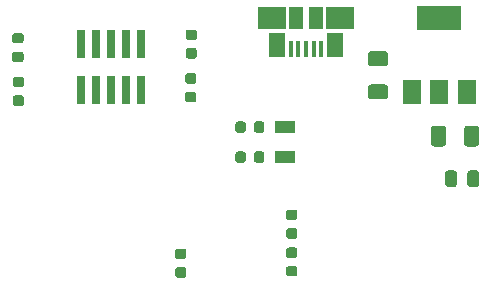
<source format=gbr>
G04 #@! TF.GenerationSoftware,KiCad,Pcbnew,(5.0.0-3-g5ebb6b6)*
G04 #@! TF.CreationDate,2019-01-16T13:26:12+00:00*
G04 #@! TF.ProjectId,Mangler,4D616E676C65722E6B696361645F7063,rev?*
G04 #@! TF.SameCoordinates,Original*
G04 #@! TF.FileFunction,Paste,Top*
G04 #@! TF.FilePolarity,Positive*
%FSLAX46Y46*%
G04 Gerber Fmt 4.6, Leading zero omitted, Abs format (unit mm)*
G04 Created by KiCad (PCBNEW (5.0.0-3-g5ebb6b6)) date Wednesday, 16 January 2019 at 13:26:12*
%MOMM*%
%LPD*%
G01*
G04 APERTURE LIST*
%ADD10R,0.740000X2.400000*%
%ADD11C,0.100000*%
%ADD12C,0.875000*%
%ADD13C,1.250000*%
%ADD14C,0.975000*%
%ADD15R,0.450000X1.380000*%
%ADD16R,1.475000X2.100000*%
%ADD17R,2.375000X1.900000*%
%ADD18R,1.175000X1.900000*%
%ADD19R,1.800000X1.000000*%
%ADD20R,3.800000X2.000000*%
%ADD21R,1.500000X2.000000*%
G04 APERTURE END LIST*
D10*
G04 #@! TO.C,J2*
X43040000Y-30780000D03*
X43040000Y-34680000D03*
X41770000Y-30780000D03*
X41770000Y-34680000D03*
X40500000Y-30780000D03*
X40500000Y-34680000D03*
X39230000Y-30780000D03*
X39230000Y-34680000D03*
X37960000Y-30780000D03*
X37960000Y-34680000D03*
G04 #@! TD*
D11*
G04 #@! TO.C,D2*
G36*
X47577691Y-33276053D02*
X47598926Y-33279203D01*
X47619750Y-33284419D01*
X47639962Y-33291651D01*
X47659368Y-33300830D01*
X47677781Y-33311866D01*
X47695024Y-33324654D01*
X47710930Y-33339070D01*
X47725346Y-33354976D01*
X47738134Y-33372219D01*
X47749170Y-33390632D01*
X47758349Y-33410038D01*
X47765581Y-33430250D01*
X47770797Y-33451074D01*
X47773947Y-33472309D01*
X47775000Y-33493750D01*
X47775000Y-33931250D01*
X47773947Y-33952691D01*
X47770797Y-33973926D01*
X47765581Y-33994750D01*
X47758349Y-34014962D01*
X47749170Y-34034368D01*
X47738134Y-34052781D01*
X47725346Y-34070024D01*
X47710930Y-34085930D01*
X47695024Y-34100346D01*
X47677781Y-34113134D01*
X47659368Y-34124170D01*
X47639962Y-34133349D01*
X47619750Y-34140581D01*
X47598926Y-34145797D01*
X47577691Y-34148947D01*
X47556250Y-34150000D01*
X47043750Y-34150000D01*
X47022309Y-34148947D01*
X47001074Y-34145797D01*
X46980250Y-34140581D01*
X46960038Y-34133349D01*
X46940632Y-34124170D01*
X46922219Y-34113134D01*
X46904976Y-34100346D01*
X46889070Y-34085930D01*
X46874654Y-34070024D01*
X46861866Y-34052781D01*
X46850830Y-34034368D01*
X46841651Y-34014962D01*
X46834419Y-33994750D01*
X46829203Y-33973926D01*
X46826053Y-33952691D01*
X46825000Y-33931250D01*
X46825000Y-33493750D01*
X46826053Y-33472309D01*
X46829203Y-33451074D01*
X46834419Y-33430250D01*
X46841651Y-33410038D01*
X46850830Y-33390632D01*
X46861866Y-33372219D01*
X46874654Y-33354976D01*
X46889070Y-33339070D01*
X46904976Y-33324654D01*
X46922219Y-33311866D01*
X46940632Y-33300830D01*
X46960038Y-33291651D01*
X46980250Y-33284419D01*
X47001074Y-33279203D01*
X47022309Y-33276053D01*
X47043750Y-33275000D01*
X47556250Y-33275000D01*
X47577691Y-33276053D01*
X47577691Y-33276053D01*
G37*
D12*
X47300000Y-33712500D03*
D11*
G36*
X47577691Y-34851053D02*
X47598926Y-34854203D01*
X47619750Y-34859419D01*
X47639962Y-34866651D01*
X47659368Y-34875830D01*
X47677781Y-34886866D01*
X47695024Y-34899654D01*
X47710930Y-34914070D01*
X47725346Y-34929976D01*
X47738134Y-34947219D01*
X47749170Y-34965632D01*
X47758349Y-34985038D01*
X47765581Y-35005250D01*
X47770797Y-35026074D01*
X47773947Y-35047309D01*
X47775000Y-35068750D01*
X47775000Y-35506250D01*
X47773947Y-35527691D01*
X47770797Y-35548926D01*
X47765581Y-35569750D01*
X47758349Y-35589962D01*
X47749170Y-35609368D01*
X47738134Y-35627781D01*
X47725346Y-35645024D01*
X47710930Y-35660930D01*
X47695024Y-35675346D01*
X47677781Y-35688134D01*
X47659368Y-35699170D01*
X47639962Y-35708349D01*
X47619750Y-35715581D01*
X47598926Y-35720797D01*
X47577691Y-35723947D01*
X47556250Y-35725000D01*
X47043750Y-35725000D01*
X47022309Y-35723947D01*
X47001074Y-35720797D01*
X46980250Y-35715581D01*
X46960038Y-35708349D01*
X46940632Y-35699170D01*
X46922219Y-35688134D01*
X46904976Y-35675346D01*
X46889070Y-35660930D01*
X46874654Y-35645024D01*
X46861866Y-35627781D01*
X46850830Y-35609368D01*
X46841651Y-35589962D01*
X46834419Y-35569750D01*
X46829203Y-35548926D01*
X46826053Y-35527691D01*
X46825000Y-35506250D01*
X46825000Y-35068750D01*
X46826053Y-35047309D01*
X46829203Y-35026074D01*
X46834419Y-35005250D01*
X46841651Y-34985038D01*
X46850830Y-34965632D01*
X46861866Y-34947219D01*
X46874654Y-34929976D01*
X46889070Y-34914070D01*
X46904976Y-34899654D01*
X46922219Y-34886866D01*
X46940632Y-34875830D01*
X46960038Y-34866651D01*
X46980250Y-34859419D01*
X47001074Y-34854203D01*
X47022309Y-34851053D01*
X47043750Y-34850000D01*
X47556250Y-34850000D01*
X47577691Y-34851053D01*
X47577691Y-34851053D01*
G37*
D12*
X47300000Y-35287500D03*
G04 #@! TD*
D11*
G04 #@! TO.C,D1*
G36*
X32977691Y-33576053D02*
X32998926Y-33579203D01*
X33019750Y-33584419D01*
X33039962Y-33591651D01*
X33059368Y-33600830D01*
X33077781Y-33611866D01*
X33095024Y-33624654D01*
X33110930Y-33639070D01*
X33125346Y-33654976D01*
X33138134Y-33672219D01*
X33149170Y-33690632D01*
X33158349Y-33710038D01*
X33165581Y-33730250D01*
X33170797Y-33751074D01*
X33173947Y-33772309D01*
X33175000Y-33793750D01*
X33175000Y-34231250D01*
X33173947Y-34252691D01*
X33170797Y-34273926D01*
X33165581Y-34294750D01*
X33158349Y-34314962D01*
X33149170Y-34334368D01*
X33138134Y-34352781D01*
X33125346Y-34370024D01*
X33110930Y-34385930D01*
X33095024Y-34400346D01*
X33077781Y-34413134D01*
X33059368Y-34424170D01*
X33039962Y-34433349D01*
X33019750Y-34440581D01*
X32998926Y-34445797D01*
X32977691Y-34448947D01*
X32956250Y-34450000D01*
X32443750Y-34450000D01*
X32422309Y-34448947D01*
X32401074Y-34445797D01*
X32380250Y-34440581D01*
X32360038Y-34433349D01*
X32340632Y-34424170D01*
X32322219Y-34413134D01*
X32304976Y-34400346D01*
X32289070Y-34385930D01*
X32274654Y-34370024D01*
X32261866Y-34352781D01*
X32250830Y-34334368D01*
X32241651Y-34314962D01*
X32234419Y-34294750D01*
X32229203Y-34273926D01*
X32226053Y-34252691D01*
X32225000Y-34231250D01*
X32225000Y-33793750D01*
X32226053Y-33772309D01*
X32229203Y-33751074D01*
X32234419Y-33730250D01*
X32241651Y-33710038D01*
X32250830Y-33690632D01*
X32261866Y-33672219D01*
X32274654Y-33654976D01*
X32289070Y-33639070D01*
X32304976Y-33624654D01*
X32322219Y-33611866D01*
X32340632Y-33600830D01*
X32360038Y-33591651D01*
X32380250Y-33584419D01*
X32401074Y-33579203D01*
X32422309Y-33576053D01*
X32443750Y-33575000D01*
X32956250Y-33575000D01*
X32977691Y-33576053D01*
X32977691Y-33576053D01*
G37*
D12*
X32700000Y-34012500D03*
D11*
G36*
X32977691Y-35151053D02*
X32998926Y-35154203D01*
X33019750Y-35159419D01*
X33039962Y-35166651D01*
X33059368Y-35175830D01*
X33077781Y-35186866D01*
X33095024Y-35199654D01*
X33110930Y-35214070D01*
X33125346Y-35229976D01*
X33138134Y-35247219D01*
X33149170Y-35265632D01*
X33158349Y-35285038D01*
X33165581Y-35305250D01*
X33170797Y-35326074D01*
X33173947Y-35347309D01*
X33175000Y-35368750D01*
X33175000Y-35806250D01*
X33173947Y-35827691D01*
X33170797Y-35848926D01*
X33165581Y-35869750D01*
X33158349Y-35889962D01*
X33149170Y-35909368D01*
X33138134Y-35927781D01*
X33125346Y-35945024D01*
X33110930Y-35960930D01*
X33095024Y-35975346D01*
X33077781Y-35988134D01*
X33059368Y-35999170D01*
X33039962Y-36008349D01*
X33019750Y-36015581D01*
X32998926Y-36020797D01*
X32977691Y-36023947D01*
X32956250Y-36025000D01*
X32443750Y-36025000D01*
X32422309Y-36023947D01*
X32401074Y-36020797D01*
X32380250Y-36015581D01*
X32360038Y-36008349D01*
X32340632Y-35999170D01*
X32322219Y-35988134D01*
X32304976Y-35975346D01*
X32289070Y-35960930D01*
X32274654Y-35945024D01*
X32261866Y-35927781D01*
X32250830Y-35909368D01*
X32241651Y-35889962D01*
X32234419Y-35869750D01*
X32229203Y-35848926D01*
X32226053Y-35827691D01*
X32225000Y-35806250D01*
X32225000Y-35368750D01*
X32226053Y-35347309D01*
X32229203Y-35326074D01*
X32234419Y-35305250D01*
X32241651Y-35285038D01*
X32250830Y-35265632D01*
X32261866Y-35247219D01*
X32274654Y-35229976D01*
X32289070Y-35214070D01*
X32304976Y-35199654D01*
X32322219Y-35186866D01*
X32340632Y-35175830D01*
X32360038Y-35166651D01*
X32380250Y-35159419D01*
X32401074Y-35154203D01*
X32422309Y-35151053D01*
X32443750Y-35150000D01*
X32956250Y-35150000D01*
X32977691Y-35151053D01*
X32977691Y-35151053D01*
G37*
D12*
X32700000Y-35587500D03*
G04 #@! TD*
D11*
G04 #@! TO.C,C1*
G36*
X63799504Y-31426204D02*
X63823773Y-31429804D01*
X63847571Y-31435765D01*
X63870671Y-31444030D01*
X63892849Y-31454520D01*
X63913893Y-31467133D01*
X63933598Y-31481747D01*
X63951777Y-31498223D01*
X63968253Y-31516402D01*
X63982867Y-31536107D01*
X63995480Y-31557151D01*
X64005970Y-31579329D01*
X64014235Y-31602429D01*
X64020196Y-31626227D01*
X64023796Y-31650496D01*
X64025000Y-31675000D01*
X64025000Y-32425000D01*
X64023796Y-32449504D01*
X64020196Y-32473773D01*
X64014235Y-32497571D01*
X64005970Y-32520671D01*
X63995480Y-32542849D01*
X63982867Y-32563893D01*
X63968253Y-32583598D01*
X63951777Y-32601777D01*
X63933598Y-32618253D01*
X63913893Y-32632867D01*
X63892849Y-32645480D01*
X63870671Y-32655970D01*
X63847571Y-32664235D01*
X63823773Y-32670196D01*
X63799504Y-32673796D01*
X63775000Y-32675000D01*
X62525000Y-32675000D01*
X62500496Y-32673796D01*
X62476227Y-32670196D01*
X62452429Y-32664235D01*
X62429329Y-32655970D01*
X62407151Y-32645480D01*
X62386107Y-32632867D01*
X62366402Y-32618253D01*
X62348223Y-32601777D01*
X62331747Y-32583598D01*
X62317133Y-32563893D01*
X62304520Y-32542849D01*
X62294030Y-32520671D01*
X62285765Y-32497571D01*
X62279804Y-32473773D01*
X62276204Y-32449504D01*
X62275000Y-32425000D01*
X62275000Y-31675000D01*
X62276204Y-31650496D01*
X62279804Y-31626227D01*
X62285765Y-31602429D01*
X62294030Y-31579329D01*
X62304520Y-31557151D01*
X62317133Y-31536107D01*
X62331747Y-31516402D01*
X62348223Y-31498223D01*
X62366402Y-31481747D01*
X62386107Y-31467133D01*
X62407151Y-31454520D01*
X62429329Y-31444030D01*
X62452429Y-31435765D01*
X62476227Y-31429804D01*
X62500496Y-31426204D01*
X62525000Y-31425000D01*
X63775000Y-31425000D01*
X63799504Y-31426204D01*
X63799504Y-31426204D01*
G37*
D13*
X63150000Y-32050000D03*
D11*
G36*
X63799504Y-34226204D02*
X63823773Y-34229804D01*
X63847571Y-34235765D01*
X63870671Y-34244030D01*
X63892849Y-34254520D01*
X63913893Y-34267133D01*
X63933598Y-34281747D01*
X63951777Y-34298223D01*
X63968253Y-34316402D01*
X63982867Y-34336107D01*
X63995480Y-34357151D01*
X64005970Y-34379329D01*
X64014235Y-34402429D01*
X64020196Y-34426227D01*
X64023796Y-34450496D01*
X64025000Y-34475000D01*
X64025000Y-35225000D01*
X64023796Y-35249504D01*
X64020196Y-35273773D01*
X64014235Y-35297571D01*
X64005970Y-35320671D01*
X63995480Y-35342849D01*
X63982867Y-35363893D01*
X63968253Y-35383598D01*
X63951777Y-35401777D01*
X63933598Y-35418253D01*
X63913893Y-35432867D01*
X63892849Y-35445480D01*
X63870671Y-35455970D01*
X63847571Y-35464235D01*
X63823773Y-35470196D01*
X63799504Y-35473796D01*
X63775000Y-35475000D01*
X62525000Y-35475000D01*
X62500496Y-35473796D01*
X62476227Y-35470196D01*
X62452429Y-35464235D01*
X62429329Y-35455970D01*
X62407151Y-35445480D01*
X62386107Y-35432867D01*
X62366402Y-35418253D01*
X62348223Y-35401777D01*
X62331747Y-35383598D01*
X62317133Y-35363893D01*
X62304520Y-35342849D01*
X62294030Y-35320671D01*
X62285765Y-35297571D01*
X62279804Y-35273773D01*
X62276204Y-35249504D01*
X62275000Y-35225000D01*
X62275000Y-34475000D01*
X62276204Y-34450496D01*
X62279804Y-34426227D01*
X62285765Y-34402429D01*
X62294030Y-34379329D01*
X62304520Y-34357151D01*
X62317133Y-34336107D01*
X62331747Y-34316402D01*
X62348223Y-34298223D01*
X62366402Y-34281747D01*
X62386107Y-34267133D01*
X62407151Y-34254520D01*
X62429329Y-34244030D01*
X62452429Y-34235765D01*
X62476227Y-34229804D01*
X62500496Y-34226204D01*
X62525000Y-34225000D01*
X63775000Y-34225000D01*
X63799504Y-34226204D01*
X63799504Y-34226204D01*
G37*
D13*
X63150000Y-34850000D03*
G04 #@! TD*
D11*
G04 #@! TO.C,C2*
G36*
X71469504Y-37726204D02*
X71493773Y-37729804D01*
X71517571Y-37735765D01*
X71540671Y-37744030D01*
X71562849Y-37754520D01*
X71583893Y-37767133D01*
X71603598Y-37781747D01*
X71621777Y-37798223D01*
X71638253Y-37816402D01*
X71652867Y-37836107D01*
X71665480Y-37857151D01*
X71675970Y-37879329D01*
X71684235Y-37902429D01*
X71690196Y-37926227D01*
X71693796Y-37950496D01*
X71695000Y-37975000D01*
X71695000Y-39225000D01*
X71693796Y-39249504D01*
X71690196Y-39273773D01*
X71684235Y-39297571D01*
X71675970Y-39320671D01*
X71665480Y-39342849D01*
X71652867Y-39363893D01*
X71638253Y-39383598D01*
X71621777Y-39401777D01*
X71603598Y-39418253D01*
X71583893Y-39432867D01*
X71562849Y-39445480D01*
X71540671Y-39455970D01*
X71517571Y-39464235D01*
X71493773Y-39470196D01*
X71469504Y-39473796D01*
X71445000Y-39475000D01*
X70695000Y-39475000D01*
X70670496Y-39473796D01*
X70646227Y-39470196D01*
X70622429Y-39464235D01*
X70599329Y-39455970D01*
X70577151Y-39445480D01*
X70556107Y-39432867D01*
X70536402Y-39418253D01*
X70518223Y-39401777D01*
X70501747Y-39383598D01*
X70487133Y-39363893D01*
X70474520Y-39342849D01*
X70464030Y-39320671D01*
X70455765Y-39297571D01*
X70449804Y-39273773D01*
X70446204Y-39249504D01*
X70445000Y-39225000D01*
X70445000Y-37975000D01*
X70446204Y-37950496D01*
X70449804Y-37926227D01*
X70455765Y-37902429D01*
X70464030Y-37879329D01*
X70474520Y-37857151D01*
X70487133Y-37836107D01*
X70501747Y-37816402D01*
X70518223Y-37798223D01*
X70536402Y-37781747D01*
X70556107Y-37767133D01*
X70577151Y-37754520D01*
X70599329Y-37744030D01*
X70622429Y-37735765D01*
X70646227Y-37729804D01*
X70670496Y-37726204D01*
X70695000Y-37725000D01*
X71445000Y-37725000D01*
X71469504Y-37726204D01*
X71469504Y-37726204D01*
G37*
D13*
X71070000Y-38600000D03*
D11*
G36*
X68669504Y-37726204D02*
X68693773Y-37729804D01*
X68717571Y-37735765D01*
X68740671Y-37744030D01*
X68762849Y-37754520D01*
X68783893Y-37767133D01*
X68803598Y-37781747D01*
X68821777Y-37798223D01*
X68838253Y-37816402D01*
X68852867Y-37836107D01*
X68865480Y-37857151D01*
X68875970Y-37879329D01*
X68884235Y-37902429D01*
X68890196Y-37926227D01*
X68893796Y-37950496D01*
X68895000Y-37975000D01*
X68895000Y-39225000D01*
X68893796Y-39249504D01*
X68890196Y-39273773D01*
X68884235Y-39297571D01*
X68875970Y-39320671D01*
X68865480Y-39342849D01*
X68852867Y-39363893D01*
X68838253Y-39383598D01*
X68821777Y-39401777D01*
X68803598Y-39418253D01*
X68783893Y-39432867D01*
X68762849Y-39445480D01*
X68740671Y-39455970D01*
X68717571Y-39464235D01*
X68693773Y-39470196D01*
X68669504Y-39473796D01*
X68645000Y-39475000D01*
X67895000Y-39475000D01*
X67870496Y-39473796D01*
X67846227Y-39470196D01*
X67822429Y-39464235D01*
X67799329Y-39455970D01*
X67777151Y-39445480D01*
X67756107Y-39432867D01*
X67736402Y-39418253D01*
X67718223Y-39401777D01*
X67701747Y-39383598D01*
X67687133Y-39363893D01*
X67674520Y-39342849D01*
X67664030Y-39320671D01*
X67655765Y-39297571D01*
X67649804Y-39273773D01*
X67646204Y-39249504D01*
X67645000Y-39225000D01*
X67645000Y-37975000D01*
X67646204Y-37950496D01*
X67649804Y-37926227D01*
X67655765Y-37902429D01*
X67664030Y-37879329D01*
X67674520Y-37857151D01*
X67687133Y-37836107D01*
X67701747Y-37816402D01*
X67718223Y-37798223D01*
X67736402Y-37781747D01*
X67756107Y-37767133D01*
X67777151Y-37754520D01*
X67799329Y-37744030D01*
X67822429Y-37735765D01*
X67846227Y-37729804D01*
X67870496Y-37726204D01*
X67895000Y-37725000D01*
X68645000Y-37725000D01*
X68669504Y-37726204D01*
X68669504Y-37726204D01*
G37*
D13*
X68270000Y-38600000D03*
G04 #@! TD*
D11*
G04 #@! TO.C,C3*
G36*
X71475142Y-41501174D02*
X71498803Y-41504684D01*
X71522007Y-41510496D01*
X71544529Y-41518554D01*
X71566153Y-41528782D01*
X71586670Y-41541079D01*
X71605883Y-41555329D01*
X71623607Y-41571393D01*
X71639671Y-41589117D01*
X71653921Y-41608330D01*
X71666218Y-41628847D01*
X71676446Y-41650471D01*
X71684504Y-41672993D01*
X71690316Y-41696197D01*
X71693826Y-41719858D01*
X71695000Y-41743750D01*
X71695000Y-42656250D01*
X71693826Y-42680142D01*
X71690316Y-42703803D01*
X71684504Y-42727007D01*
X71676446Y-42749529D01*
X71666218Y-42771153D01*
X71653921Y-42791670D01*
X71639671Y-42810883D01*
X71623607Y-42828607D01*
X71605883Y-42844671D01*
X71586670Y-42858921D01*
X71566153Y-42871218D01*
X71544529Y-42881446D01*
X71522007Y-42889504D01*
X71498803Y-42895316D01*
X71475142Y-42898826D01*
X71451250Y-42900000D01*
X70963750Y-42900000D01*
X70939858Y-42898826D01*
X70916197Y-42895316D01*
X70892993Y-42889504D01*
X70870471Y-42881446D01*
X70848847Y-42871218D01*
X70828330Y-42858921D01*
X70809117Y-42844671D01*
X70791393Y-42828607D01*
X70775329Y-42810883D01*
X70761079Y-42791670D01*
X70748782Y-42771153D01*
X70738554Y-42749529D01*
X70730496Y-42727007D01*
X70724684Y-42703803D01*
X70721174Y-42680142D01*
X70720000Y-42656250D01*
X70720000Y-41743750D01*
X70721174Y-41719858D01*
X70724684Y-41696197D01*
X70730496Y-41672993D01*
X70738554Y-41650471D01*
X70748782Y-41628847D01*
X70761079Y-41608330D01*
X70775329Y-41589117D01*
X70791393Y-41571393D01*
X70809117Y-41555329D01*
X70828330Y-41541079D01*
X70848847Y-41528782D01*
X70870471Y-41518554D01*
X70892993Y-41510496D01*
X70916197Y-41504684D01*
X70939858Y-41501174D01*
X70963750Y-41500000D01*
X71451250Y-41500000D01*
X71475142Y-41501174D01*
X71475142Y-41501174D01*
G37*
D14*
X71207500Y-42200000D03*
D11*
G36*
X69600142Y-41501174D02*
X69623803Y-41504684D01*
X69647007Y-41510496D01*
X69669529Y-41518554D01*
X69691153Y-41528782D01*
X69711670Y-41541079D01*
X69730883Y-41555329D01*
X69748607Y-41571393D01*
X69764671Y-41589117D01*
X69778921Y-41608330D01*
X69791218Y-41628847D01*
X69801446Y-41650471D01*
X69809504Y-41672993D01*
X69815316Y-41696197D01*
X69818826Y-41719858D01*
X69820000Y-41743750D01*
X69820000Y-42656250D01*
X69818826Y-42680142D01*
X69815316Y-42703803D01*
X69809504Y-42727007D01*
X69801446Y-42749529D01*
X69791218Y-42771153D01*
X69778921Y-42791670D01*
X69764671Y-42810883D01*
X69748607Y-42828607D01*
X69730883Y-42844671D01*
X69711670Y-42858921D01*
X69691153Y-42871218D01*
X69669529Y-42881446D01*
X69647007Y-42889504D01*
X69623803Y-42895316D01*
X69600142Y-42898826D01*
X69576250Y-42900000D01*
X69088750Y-42900000D01*
X69064858Y-42898826D01*
X69041197Y-42895316D01*
X69017993Y-42889504D01*
X68995471Y-42881446D01*
X68973847Y-42871218D01*
X68953330Y-42858921D01*
X68934117Y-42844671D01*
X68916393Y-42828607D01*
X68900329Y-42810883D01*
X68886079Y-42791670D01*
X68873782Y-42771153D01*
X68863554Y-42749529D01*
X68855496Y-42727007D01*
X68849684Y-42703803D01*
X68846174Y-42680142D01*
X68845000Y-42656250D01*
X68845000Y-41743750D01*
X68846174Y-41719858D01*
X68849684Y-41696197D01*
X68855496Y-41672993D01*
X68863554Y-41650471D01*
X68873782Y-41628847D01*
X68886079Y-41608330D01*
X68900329Y-41589117D01*
X68916393Y-41571393D01*
X68934117Y-41555329D01*
X68953330Y-41541079D01*
X68973847Y-41528782D01*
X68995471Y-41518554D01*
X69017993Y-41510496D01*
X69041197Y-41504684D01*
X69064858Y-41501174D01*
X69088750Y-41500000D01*
X69576250Y-41500000D01*
X69600142Y-41501174D01*
X69600142Y-41501174D01*
G37*
D14*
X69332500Y-42200000D03*
G04 #@! TD*
D11*
G04 #@! TO.C,C4*
G36*
X46727691Y-48126053D02*
X46748926Y-48129203D01*
X46769750Y-48134419D01*
X46789962Y-48141651D01*
X46809368Y-48150830D01*
X46827781Y-48161866D01*
X46845024Y-48174654D01*
X46860930Y-48189070D01*
X46875346Y-48204976D01*
X46888134Y-48222219D01*
X46899170Y-48240632D01*
X46908349Y-48260038D01*
X46915581Y-48280250D01*
X46920797Y-48301074D01*
X46923947Y-48322309D01*
X46925000Y-48343750D01*
X46925000Y-48781250D01*
X46923947Y-48802691D01*
X46920797Y-48823926D01*
X46915581Y-48844750D01*
X46908349Y-48864962D01*
X46899170Y-48884368D01*
X46888134Y-48902781D01*
X46875346Y-48920024D01*
X46860930Y-48935930D01*
X46845024Y-48950346D01*
X46827781Y-48963134D01*
X46809368Y-48974170D01*
X46789962Y-48983349D01*
X46769750Y-48990581D01*
X46748926Y-48995797D01*
X46727691Y-48998947D01*
X46706250Y-49000000D01*
X46193750Y-49000000D01*
X46172309Y-48998947D01*
X46151074Y-48995797D01*
X46130250Y-48990581D01*
X46110038Y-48983349D01*
X46090632Y-48974170D01*
X46072219Y-48963134D01*
X46054976Y-48950346D01*
X46039070Y-48935930D01*
X46024654Y-48920024D01*
X46011866Y-48902781D01*
X46000830Y-48884368D01*
X45991651Y-48864962D01*
X45984419Y-48844750D01*
X45979203Y-48823926D01*
X45976053Y-48802691D01*
X45975000Y-48781250D01*
X45975000Y-48343750D01*
X45976053Y-48322309D01*
X45979203Y-48301074D01*
X45984419Y-48280250D01*
X45991651Y-48260038D01*
X46000830Y-48240632D01*
X46011866Y-48222219D01*
X46024654Y-48204976D01*
X46039070Y-48189070D01*
X46054976Y-48174654D01*
X46072219Y-48161866D01*
X46090632Y-48150830D01*
X46110038Y-48141651D01*
X46130250Y-48134419D01*
X46151074Y-48129203D01*
X46172309Y-48126053D01*
X46193750Y-48125000D01*
X46706250Y-48125000D01*
X46727691Y-48126053D01*
X46727691Y-48126053D01*
G37*
D12*
X46450000Y-48562500D03*
D11*
G36*
X46727691Y-49701053D02*
X46748926Y-49704203D01*
X46769750Y-49709419D01*
X46789962Y-49716651D01*
X46809368Y-49725830D01*
X46827781Y-49736866D01*
X46845024Y-49749654D01*
X46860930Y-49764070D01*
X46875346Y-49779976D01*
X46888134Y-49797219D01*
X46899170Y-49815632D01*
X46908349Y-49835038D01*
X46915581Y-49855250D01*
X46920797Y-49876074D01*
X46923947Y-49897309D01*
X46925000Y-49918750D01*
X46925000Y-50356250D01*
X46923947Y-50377691D01*
X46920797Y-50398926D01*
X46915581Y-50419750D01*
X46908349Y-50439962D01*
X46899170Y-50459368D01*
X46888134Y-50477781D01*
X46875346Y-50495024D01*
X46860930Y-50510930D01*
X46845024Y-50525346D01*
X46827781Y-50538134D01*
X46809368Y-50549170D01*
X46789962Y-50558349D01*
X46769750Y-50565581D01*
X46748926Y-50570797D01*
X46727691Y-50573947D01*
X46706250Y-50575000D01*
X46193750Y-50575000D01*
X46172309Y-50573947D01*
X46151074Y-50570797D01*
X46130250Y-50565581D01*
X46110038Y-50558349D01*
X46090632Y-50549170D01*
X46072219Y-50538134D01*
X46054976Y-50525346D01*
X46039070Y-50510930D01*
X46024654Y-50495024D01*
X46011866Y-50477781D01*
X46000830Y-50459368D01*
X45991651Y-50439962D01*
X45984419Y-50419750D01*
X45979203Y-50398926D01*
X45976053Y-50377691D01*
X45975000Y-50356250D01*
X45975000Y-49918750D01*
X45976053Y-49897309D01*
X45979203Y-49876074D01*
X45984419Y-49855250D01*
X45991651Y-49835038D01*
X46000830Y-49815632D01*
X46011866Y-49797219D01*
X46024654Y-49779976D01*
X46039070Y-49764070D01*
X46054976Y-49749654D01*
X46072219Y-49736866D01*
X46090632Y-49725830D01*
X46110038Y-49716651D01*
X46130250Y-49709419D01*
X46151074Y-49704203D01*
X46172309Y-49701053D01*
X46193750Y-49700000D01*
X46706250Y-49700000D01*
X46727691Y-49701053D01*
X46727691Y-49701053D01*
G37*
D12*
X46450000Y-50137500D03*
G04 #@! TD*
D11*
G04 #@! TO.C,C5*
G36*
X56127691Y-49601053D02*
X56148926Y-49604203D01*
X56169750Y-49609419D01*
X56189962Y-49616651D01*
X56209368Y-49625830D01*
X56227781Y-49636866D01*
X56245024Y-49649654D01*
X56260930Y-49664070D01*
X56275346Y-49679976D01*
X56288134Y-49697219D01*
X56299170Y-49715632D01*
X56308349Y-49735038D01*
X56315581Y-49755250D01*
X56320797Y-49776074D01*
X56323947Y-49797309D01*
X56325000Y-49818750D01*
X56325000Y-50256250D01*
X56323947Y-50277691D01*
X56320797Y-50298926D01*
X56315581Y-50319750D01*
X56308349Y-50339962D01*
X56299170Y-50359368D01*
X56288134Y-50377781D01*
X56275346Y-50395024D01*
X56260930Y-50410930D01*
X56245024Y-50425346D01*
X56227781Y-50438134D01*
X56209368Y-50449170D01*
X56189962Y-50458349D01*
X56169750Y-50465581D01*
X56148926Y-50470797D01*
X56127691Y-50473947D01*
X56106250Y-50475000D01*
X55593750Y-50475000D01*
X55572309Y-50473947D01*
X55551074Y-50470797D01*
X55530250Y-50465581D01*
X55510038Y-50458349D01*
X55490632Y-50449170D01*
X55472219Y-50438134D01*
X55454976Y-50425346D01*
X55439070Y-50410930D01*
X55424654Y-50395024D01*
X55411866Y-50377781D01*
X55400830Y-50359368D01*
X55391651Y-50339962D01*
X55384419Y-50319750D01*
X55379203Y-50298926D01*
X55376053Y-50277691D01*
X55375000Y-50256250D01*
X55375000Y-49818750D01*
X55376053Y-49797309D01*
X55379203Y-49776074D01*
X55384419Y-49755250D01*
X55391651Y-49735038D01*
X55400830Y-49715632D01*
X55411866Y-49697219D01*
X55424654Y-49679976D01*
X55439070Y-49664070D01*
X55454976Y-49649654D01*
X55472219Y-49636866D01*
X55490632Y-49625830D01*
X55510038Y-49616651D01*
X55530250Y-49609419D01*
X55551074Y-49604203D01*
X55572309Y-49601053D01*
X55593750Y-49600000D01*
X56106250Y-49600000D01*
X56127691Y-49601053D01*
X56127691Y-49601053D01*
G37*
D12*
X55850000Y-50037500D03*
D11*
G36*
X56127691Y-48026053D02*
X56148926Y-48029203D01*
X56169750Y-48034419D01*
X56189962Y-48041651D01*
X56209368Y-48050830D01*
X56227781Y-48061866D01*
X56245024Y-48074654D01*
X56260930Y-48089070D01*
X56275346Y-48104976D01*
X56288134Y-48122219D01*
X56299170Y-48140632D01*
X56308349Y-48160038D01*
X56315581Y-48180250D01*
X56320797Y-48201074D01*
X56323947Y-48222309D01*
X56325000Y-48243750D01*
X56325000Y-48681250D01*
X56323947Y-48702691D01*
X56320797Y-48723926D01*
X56315581Y-48744750D01*
X56308349Y-48764962D01*
X56299170Y-48784368D01*
X56288134Y-48802781D01*
X56275346Y-48820024D01*
X56260930Y-48835930D01*
X56245024Y-48850346D01*
X56227781Y-48863134D01*
X56209368Y-48874170D01*
X56189962Y-48883349D01*
X56169750Y-48890581D01*
X56148926Y-48895797D01*
X56127691Y-48898947D01*
X56106250Y-48900000D01*
X55593750Y-48900000D01*
X55572309Y-48898947D01*
X55551074Y-48895797D01*
X55530250Y-48890581D01*
X55510038Y-48883349D01*
X55490632Y-48874170D01*
X55472219Y-48863134D01*
X55454976Y-48850346D01*
X55439070Y-48835930D01*
X55424654Y-48820024D01*
X55411866Y-48802781D01*
X55400830Y-48784368D01*
X55391651Y-48764962D01*
X55384419Y-48744750D01*
X55379203Y-48723926D01*
X55376053Y-48702691D01*
X55375000Y-48681250D01*
X55375000Y-48243750D01*
X55376053Y-48222309D01*
X55379203Y-48201074D01*
X55384419Y-48180250D01*
X55391651Y-48160038D01*
X55400830Y-48140632D01*
X55411866Y-48122219D01*
X55424654Y-48104976D01*
X55439070Y-48089070D01*
X55454976Y-48074654D01*
X55472219Y-48061866D01*
X55490632Y-48050830D01*
X55510038Y-48041651D01*
X55530250Y-48034419D01*
X55551074Y-48029203D01*
X55572309Y-48026053D01*
X55593750Y-48025000D01*
X56106250Y-48025000D01*
X56127691Y-48026053D01*
X56127691Y-48026053D01*
G37*
D12*
X55850000Y-48462500D03*
G04 #@! TD*
D11*
G04 #@! TO.C,C6*
G36*
X51752691Y-37356053D02*
X51773926Y-37359203D01*
X51794750Y-37364419D01*
X51814962Y-37371651D01*
X51834368Y-37380830D01*
X51852781Y-37391866D01*
X51870024Y-37404654D01*
X51885930Y-37419070D01*
X51900346Y-37434976D01*
X51913134Y-37452219D01*
X51924170Y-37470632D01*
X51933349Y-37490038D01*
X51940581Y-37510250D01*
X51945797Y-37531074D01*
X51948947Y-37552309D01*
X51950000Y-37573750D01*
X51950000Y-38086250D01*
X51948947Y-38107691D01*
X51945797Y-38128926D01*
X51940581Y-38149750D01*
X51933349Y-38169962D01*
X51924170Y-38189368D01*
X51913134Y-38207781D01*
X51900346Y-38225024D01*
X51885930Y-38240930D01*
X51870024Y-38255346D01*
X51852781Y-38268134D01*
X51834368Y-38279170D01*
X51814962Y-38288349D01*
X51794750Y-38295581D01*
X51773926Y-38300797D01*
X51752691Y-38303947D01*
X51731250Y-38305000D01*
X51293750Y-38305000D01*
X51272309Y-38303947D01*
X51251074Y-38300797D01*
X51230250Y-38295581D01*
X51210038Y-38288349D01*
X51190632Y-38279170D01*
X51172219Y-38268134D01*
X51154976Y-38255346D01*
X51139070Y-38240930D01*
X51124654Y-38225024D01*
X51111866Y-38207781D01*
X51100830Y-38189368D01*
X51091651Y-38169962D01*
X51084419Y-38149750D01*
X51079203Y-38128926D01*
X51076053Y-38107691D01*
X51075000Y-38086250D01*
X51075000Y-37573750D01*
X51076053Y-37552309D01*
X51079203Y-37531074D01*
X51084419Y-37510250D01*
X51091651Y-37490038D01*
X51100830Y-37470632D01*
X51111866Y-37452219D01*
X51124654Y-37434976D01*
X51139070Y-37419070D01*
X51154976Y-37404654D01*
X51172219Y-37391866D01*
X51190632Y-37380830D01*
X51210038Y-37371651D01*
X51230250Y-37364419D01*
X51251074Y-37359203D01*
X51272309Y-37356053D01*
X51293750Y-37355000D01*
X51731250Y-37355000D01*
X51752691Y-37356053D01*
X51752691Y-37356053D01*
G37*
D12*
X51512500Y-37830000D03*
D11*
G36*
X53327691Y-37356053D02*
X53348926Y-37359203D01*
X53369750Y-37364419D01*
X53389962Y-37371651D01*
X53409368Y-37380830D01*
X53427781Y-37391866D01*
X53445024Y-37404654D01*
X53460930Y-37419070D01*
X53475346Y-37434976D01*
X53488134Y-37452219D01*
X53499170Y-37470632D01*
X53508349Y-37490038D01*
X53515581Y-37510250D01*
X53520797Y-37531074D01*
X53523947Y-37552309D01*
X53525000Y-37573750D01*
X53525000Y-38086250D01*
X53523947Y-38107691D01*
X53520797Y-38128926D01*
X53515581Y-38149750D01*
X53508349Y-38169962D01*
X53499170Y-38189368D01*
X53488134Y-38207781D01*
X53475346Y-38225024D01*
X53460930Y-38240930D01*
X53445024Y-38255346D01*
X53427781Y-38268134D01*
X53409368Y-38279170D01*
X53389962Y-38288349D01*
X53369750Y-38295581D01*
X53348926Y-38300797D01*
X53327691Y-38303947D01*
X53306250Y-38305000D01*
X52868750Y-38305000D01*
X52847309Y-38303947D01*
X52826074Y-38300797D01*
X52805250Y-38295581D01*
X52785038Y-38288349D01*
X52765632Y-38279170D01*
X52747219Y-38268134D01*
X52729976Y-38255346D01*
X52714070Y-38240930D01*
X52699654Y-38225024D01*
X52686866Y-38207781D01*
X52675830Y-38189368D01*
X52666651Y-38169962D01*
X52659419Y-38149750D01*
X52654203Y-38128926D01*
X52651053Y-38107691D01*
X52650000Y-38086250D01*
X52650000Y-37573750D01*
X52651053Y-37552309D01*
X52654203Y-37531074D01*
X52659419Y-37510250D01*
X52666651Y-37490038D01*
X52675830Y-37470632D01*
X52686866Y-37452219D01*
X52699654Y-37434976D01*
X52714070Y-37419070D01*
X52729976Y-37404654D01*
X52747219Y-37391866D01*
X52765632Y-37380830D01*
X52785038Y-37371651D01*
X52805250Y-37364419D01*
X52826074Y-37359203D01*
X52847309Y-37356053D01*
X52868750Y-37355000D01*
X53306250Y-37355000D01*
X53327691Y-37356053D01*
X53327691Y-37356053D01*
G37*
D12*
X53087500Y-37830000D03*
G04 #@! TD*
D11*
G04 #@! TO.C,C7*
G36*
X53327691Y-39896053D02*
X53348926Y-39899203D01*
X53369750Y-39904419D01*
X53389962Y-39911651D01*
X53409368Y-39920830D01*
X53427781Y-39931866D01*
X53445024Y-39944654D01*
X53460930Y-39959070D01*
X53475346Y-39974976D01*
X53488134Y-39992219D01*
X53499170Y-40010632D01*
X53508349Y-40030038D01*
X53515581Y-40050250D01*
X53520797Y-40071074D01*
X53523947Y-40092309D01*
X53525000Y-40113750D01*
X53525000Y-40626250D01*
X53523947Y-40647691D01*
X53520797Y-40668926D01*
X53515581Y-40689750D01*
X53508349Y-40709962D01*
X53499170Y-40729368D01*
X53488134Y-40747781D01*
X53475346Y-40765024D01*
X53460930Y-40780930D01*
X53445024Y-40795346D01*
X53427781Y-40808134D01*
X53409368Y-40819170D01*
X53389962Y-40828349D01*
X53369750Y-40835581D01*
X53348926Y-40840797D01*
X53327691Y-40843947D01*
X53306250Y-40845000D01*
X52868750Y-40845000D01*
X52847309Y-40843947D01*
X52826074Y-40840797D01*
X52805250Y-40835581D01*
X52785038Y-40828349D01*
X52765632Y-40819170D01*
X52747219Y-40808134D01*
X52729976Y-40795346D01*
X52714070Y-40780930D01*
X52699654Y-40765024D01*
X52686866Y-40747781D01*
X52675830Y-40729368D01*
X52666651Y-40709962D01*
X52659419Y-40689750D01*
X52654203Y-40668926D01*
X52651053Y-40647691D01*
X52650000Y-40626250D01*
X52650000Y-40113750D01*
X52651053Y-40092309D01*
X52654203Y-40071074D01*
X52659419Y-40050250D01*
X52666651Y-40030038D01*
X52675830Y-40010632D01*
X52686866Y-39992219D01*
X52699654Y-39974976D01*
X52714070Y-39959070D01*
X52729976Y-39944654D01*
X52747219Y-39931866D01*
X52765632Y-39920830D01*
X52785038Y-39911651D01*
X52805250Y-39904419D01*
X52826074Y-39899203D01*
X52847309Y-39896053D01*
X52868750Y-39895000D01*
X53306250Y-39895000D01*
X53327691Y-39896053D01*
X53327691Y-39896053D01*
G37*
D12*
X53087500Y-40370000D03*
D11*
G36*
X51752691Y-39896053D02*
X51773926Y-39899203D01*
X51794750Y-39904419D01*
X51814962Y-39911651D01*
X51834368Y-39920830D01*
X51852781Y-39931866D01*
X51870024Y-39944654D01*
X51885930Y-39959070D01*
X51900346Y-39974976D01*
X51913134Y-39992219D01*
X51924170Y-40010632D01*
X51933349Y-40030038D01*
X51940581Y-40050250D01*
X51945797Y-40071074D01*
X51948947Y-40092309D01*
X51950000Y-40113750D01*
X51950000Y-40626250D01*
X51948947Y-40647691D01*
X51945797Y-40668926D01*
X51940581Y-40689750D01*
X51933349Y-40709962D01*
X51924170Y-40729368D01*
X51913134Y-40747781D01*
X51900346Y-40765024D01*
X51885930Y-40780930D01*
X51870024Y-40795346D01*
X51852781Y-40808134D01*
X51834368Y-40819170D01*
X51814962Y-40828349D01*
X51794750Y-40835581D01*
X51773926Y-40840797D01*
X51752691Y-40843947D01*
X51731250Y-40845000D01*
X51293750Y-40845000D01*
X51272309Y-40843947D01*
X51251074Y-40840797D01*
X51230250Y-40835581D01*
X51210038Y-40828349D01*
X51190632Y-40819170D01*
X51172219Y-40808134D01*
X51154976Y-40795346D01*
X51139070Y-40780930D01*
X51124654Y-40765024D01*
X51111866Y-40747781D01*
X51100830Y-40729368D01*
X51091651Y-40709962D01*
X51084419Y-40689750D01*
X51079203Y-40668926D01*
X51076053Y-40647691D01*
X51075000Y-40626250D01*
X51075000Y-40113750D01*
X51076053Y-40092309D01*
X51079203Y-40071074D01*
X51084419Y-40050250D01*
X51091651Y-40030038D01*
X51100830Y-40010632D01*
X51111866Y-39992219D01*
X51124654Y-39974976D01*
X51139070Y-39959070D01*
X51154976Y-39944654D01*
X51172219Y-39931866D01*
X51190632Y-39920830D01*
X51210038Y-39911651D01*
X51230250Y-39904419D01*
X51251074Y-39899203D01*
X51272309Y-39896053D01*
X51293750Y-39895000D01*
X51731250Y-39895000D01*
X51752691Y-39896053D01*
X51752691Y-39896053D01*
G37*
D12*
X51512500Y-40370000D03*
G04 #@! TD*
D11*
G04 #@! TO.C,C8*
G36*
X56127691Y-46401053D02*
X56148926Y-46404203D01*
X56169750Y-46409419D01*
X56189962Y-46416651D01*
X56209368Y-46425830D01*
X56227781Y-46436866D01*
X56245024Y-46449654D01*
X56260930Y-46464070D01*
X56275346Y-46479976D01*
X56288134Y-46497219D01*
X56299170Y-46515632D01*
X56308349Y-46535038D01*
X56315581Y-46555250D01*
X56320797Y-46576074D01*
X56323947Y-46597309D01*
X56325000Y-46618750D01*
X56325000Y-47056250D01*
X56323947Y-47077691D01*
X56320797Y-47098926D01*
X56315581Y-47119750D01*
X56308349Y-47139962D01*
X56299170Y-47159368D01*
X56288134Y-47177781D01*
X56275346Y-47195024D01*
X56260930Y-47210930D01*
X56245024Y-47225346D01*
X56227781Y-47238134D01*
X56209368Y-47249170D01*
X56189962Y-47258349D01*
X56169750Y-47265581D01*
X56148926Y-47270797D01*
X56127691Y-47273947D01*
X56106250Y-47275000D01*
X55593750Y-47275000D01*
X55572309Y-47273947D01*
X55551074Y-47270797D01*
X55530250Y-47265581D01*
X55510038Y-47258349D01*
X55490632Y-47249170D01*
X55472219Y-47238134D01*
X55454976Y-47225346D01*
X55439070Y-47210930D01*
X55424654Y-47195024D01*
X55411866Y-47177781D01*
X55400830Y-47159368D01*
X55391651Y-47139962D01*
X55384419Y-47119750D01*
X55379203Y-47098926D01*
X55376053Y-47077691D01*
X55375000Y-47056250D01*
X55375000Y-46618750D01*
X55376053Y-46597309D01*
X55379203Y-46576074D01*
X55384419Y-46555250D01*
X55391651Y-46535038D01*
X55400830Y-46515632D01*
X55411866Y-46497219D01*
X55424654Y-46479976D01*
X55439070Y-46464070D01*
X55454976Y-46449654D01*
X55472219Y-46436866D01*
X55490632Y-46425830D01*
X55510038Y-46416651D01*
X55530250Y-46409419D01*
X55551074Y-46404203D01*
X55572309Y-46401053D01*
X55593750Y-46400000D01*
X56106250Y-46400000D01*
X56127691Y-46401053D01*
X56127691Y-46401053D01*
G37*
D12*
X55850000Y-46837500D03*
D11*
G36*
X56127691Y-44826053D02*
X56148926Y-44829203D01*
X56169750Y-44834419D01*
X56189962Y-44841651D01*
X56209368Y-44850830D01*
X56227781Y-44861866D01*
X56245024Y-44874654D01*
X56260930Y-44889070D01*
X56275346Y-44904976D01*
X56288134Y-44922219D01*
X56299170Y-44940632D01*
X56308349Y-44960038D01*
X56315581Y-44980250D01*
X56320797Y-45001074D01*
X56323947Y-45022309D01*
X56325000Y-45043750D01*
X56325000Y-45481250D01*
X56323947Y-45502691D01*
X56320797Y-45523926D01*
X56315581Y-45544750D01*
X56308349Y-45564962D01*
X56299170Y-45584368D01*
X56288134Y-45602781D01*
X56275346Y-45620024D01*
X56260930Y-45635930D01*
X56245024Y-45650346D01*
X56227781Y-45663134D01*
X56209368Y-45674170D01*
X56189962Y-45683349D01*
X56169750Y-45690581D01*
X56148926Y-45695797D01*
X56127691Y-45698947D01*
X56106250Y-45700000D01*
X55593750Y-45700000D01*
X55572309Y-45698947D01*
X55551074Y-45695797D01*
X55530250Y-45690581D01*
X55510038Y-45683349D01*
X55490632Y-45674170D01*
X55472219Y-45663134D01*
X55454976Y-45650346D01*
X55439070Y-45635930D01*
X55424654Y-45620024D01*
X55411866Y-45602781D01*
X55400830Y-45584368D01*
X55391651Y-45564962D01*
X55384419Y-45544750D01*
X55379203Y-45523926D01*
X55376053Y-45502691D01*
X55375000Y-45481250D01*
X55375000Y-45043750D01*
X55376053Y-45022309D01*
X55379203Y-45001074D01*
X55384419Y-44980250D01*
X55391651Y-44960038D01*
X55400830Y-44940632D01*
X55411866Y-44922219D01*
X55424654Y-44904976D01*
X55439070Y-44889070D01*
X55454976Y-44874654D01*
X55472219Y-44861866D01*
X55490632Y-44850830D01*
X55510038Y-44841651D01*
X55530250Y-44834419D01*
X55551074Y-44829203D01*
X55572309Y-44826053D01*
X55593750Y-44825000D01*
X56106250Y-44825000D01*
X56127691Y-44826053D01*
X56127691Y-44826053D01*
G37*
D12*
X55850000Y-45262500D03*
G04 #@! TD*
D15*
G04 #@! TO.C,J1*
X58350000Y-31260000D03*
X57700000Y-31260000D03*
X57050000Y-31260000D03*
X56400000Y-31260000D03*
X55750000Y-31260000D03*
D16*
X59512500Y-30900000D03*
X54587500Y-30900000D03*
D17*
X59960000Y-28600000D03*
X54140000Y-28600000D03*
D18*
X57890000Y-28600000D03*
X56210000Y-28600000D03*
G04 #@! TD*
D11*
G04 #@! TO.C,R1*
G36*
X32937691Y-29876053D02*
X32958926Y-29879203D01*
X32979750Y-29884419D01*
X32999962Y-29891651D01*
X33019368Y-29900830D01*
X33037781Y-29911866D01*
X33055024Y-29924654D01*
X33070930Y-29939070D01*
X33085346Y-29954976D01*
X33098134Y-29972219D01*
X33109170Y-29990632D01*
X33118349Y-30010038D01*
X33125581Y-30030250D01*
X33130797Y-30051074D01*
X33133947Y-30072309D01*
X33135000Y-30093750D01*
X33135000Y-30531250D01*
X33133947Y-30552691D01*
X33130797Y-30573926D01*
X33125581Y-30594750D01*
X33118349Y-30614962D01*
X33109170Y-30634368D01*
X33098134Y-30652781D01*
X33085346Y-30670024D01*
X33070930Y-30685930D01*
X33055024Y-30700346D01*
X33037781Y-30713134D01*
X33019368Y-30724170D01*
X32999962Y-30733349D01*
X32979750Y-30740581D01*
X32958926Y-30745797D01*
X32937691Y-30748947D01*
X32916250Y-30750000D01*
X32403750Y-30750000D01*
X32382309Y-30748947D01*
X32361074Y-30745797D01*
X32340250Y-30740581D01*
X32320038Y-30733349D01*
X32300632Y-30724170D01*
X32282219Y-30713134D01*
X32264976Y-30700346D01*
X32249070Y-30685930D01*
X32234654Y-30670024D01*
X32221866Y-30652781D01*
X32210830Y-30634368D01*
X32201651Y-30614962D01*
X32194419Y-30594750D01*
X32189203Y-30573926D01*
X32186053Y-30552691D01*
X32185000Y-30531250D01*
X32185000Y-30093750D01*
X32186053Y-30072309D01*
X32189203Y-30051074D01*
X32194419Y-30030250D01*
X32201651Y-30010038D01*
X32210830Y-29990632D01*
X32221866Y-29972219D01*
X32234654Y-29954976D01*
X32249070Y-29939070D01*
X32264976Y-29924654D01*
X32282219Y-29911866D01*
X32300632Y-29900830D01*
X32320038Y-29891651D01*
X32340250Y-29884419D01*
X32361074Y-29879203D01*
X32382309Y-29876053D01*
X32403750Y-29875000D01*
X32916250Y-29875000D01*
X32937691Y-29876053D01*
X32937691Y-29876053D01*
G37*
D12*
X32660000Y-30312500D03*
D11*
G36*
X32937691Y-31451053D02*
X32958926Y-31454203D01*
X32979750Y-31459419D01*
X32999962Y-31466651D01*
X33019368Y-31475830D01*
X33037781Y-31486866D01*
X33055024Y-31499654D01*
X33070930Y-31514070D01*
X33085346Y-31529976D01*
X33098134Y-31547219D01*
X33109170Y-31565632D01*
X33118349Y-31585038D01*
X33125581Y-31605250D01*
X33130797Y-31626074D01*
X33133947Y-31647309D01*
X33135000Y-31668750D01*
X33135000Y-32106250D01*
X33133947Y-32127691D01*
X33130797Y-32148926D01*
X33125581Y-32169750D01*
X33118349Y-32189962D01*
X33109170Y-32209368D01*
X33098134Y-32227781D01*
X33085346Y-32245024D01*
X33070930Y-32260930D01*
X33055024Y-32275346D01*
X33037781Y-32288134D01*
X33019368Y-32299170D01*
X32999962Y-32308349D01*
X32979750Y-32315581D01*
X32958926Y-32320797D01*
X32937691Y-32323947D01*
X32916250Y-32325000D01*
X32403750Y-32325000D01*
X32382309Y-32323947D01*
X32361074Y-32320797D01*
X32340250Y-32315581D01*
X32320038Y-32308349D01*
X32300632Y-32299170D01*
X32282219Y-32288134D01*
X32264976Y-32275346D01*
X32249070Y-32260930D01*
X32234654Y-32245024D01*
X32221866Y-32227781D01*
X32210830Y-32209368D01*
X32201651Y-32189962D01*
X32194419Y-32169750D01*
X32189203Y-32148926D01*
X32186053Y-32127691D01*
X32185000Y-32106250D01*
X32185000Y-31668750D01*
X32186053Y-31647309D01*
X32189203Y-31626074D01*
X32194419Y-31605250D01*
X32201651Y-31585038D01*
X32210830Y-31565632D01*
X32221866Y-31547219D01*
X32234654Y-31529976D01*
X32249070Y-31514070D01*
X32264976Y-31499654D01*
X32282219Y-31486866D01*
X32300632Y-31475830D01*
X32320038Y-31466651D01*
X32340250Y-31459419D01*
X32361074Y-31454203D01*
X32382309Y-31451053D01*
X32403750Y-31450000D01*
X32916250Y-31450000D01*
X32937691Y-31451053D01*
X32937691Y-31451053D01*
G37*
D12*
X32660000Y-31887500D03*
G04 #@! TD*
D11*
G04 #@! TO.C,R2*
G36*
X47617691Y-31151053D02*
X47638926Y-31154203D01*
X47659750Y-31159419D01*
X47679962Y-31166651D01*
X47699368Y-31175830D01*
X47717781Y-31186866D01*
X47735024Y-31199654D01*
X47750930Y-31214070D01*
X47765346Y-31229976D01*
X47778134Y-31247219D01*
X47789170Y-31265632D01*
X47798349Y-31285038D01*
X47805581Y-31305250D01*
X47810797Y-31326074D01*
X47813947Y-31347309D01*
X47815000Y-31368750D01*
X47815000Y-31806250D01*
X47813947Y-31827691D01*
X47810797Y-31848926D01*
X47805581Y-31869750D01*
X47798349Y-31889962D01*
X47789170Y-31909368D01*
X47778134Y-31927781D01*
X47765346Y-31945024D01*
X47750930Y-31960930D01*
X47735024Y-31975346D01*
X47717781Y-31988134D01*
X47699368Y-31999170D01*
X47679962Y-32008349D01*
X47659750Y-32015581D01*
X47638926Y-32020797D01*
X47617691Y-32023947D01*
X47596250Y-32025000D01*
X47083750Y-32025000D01*
X47062309Y-32023947D01*
X47041074Y-32020797D01*
X47020250Y-32015581D01*
X47000038Y-32008349D01*
X46980632Y-31999170D01*
X46962219Y-31988134D01*
X46944976Y-31975346D01*
X46929070Y-31960930D01*
X46914654Y-31945024D01*
X46901866Y-31927781D01*
X46890830Y-31909368D01*
X46881651Y-31889962D01*
X46874419Y-31869750D01*
X46869203Y-31848926D01*
X46866053Y-31827691D01*
X46865000Y-31806250D01*
X46865000Y-31368750D01*
X46866053Y-31347309D01*
X46869203Y-31326074D01*
X46874419Y-31305250D01*
X46881651Y-31285038D01*
X46890830Y-31265632D01*
X46901866Y-31247219D01*
X46914654Y-31229976D01*
X46929070Y-31214070D01*
X46944976Y-31199654D01*
X46962219Y-31186866D01*
X46980632Y-31175830D01*
X47000038Y-31166651D01*
X47020250Y-31159419D01*
X47041074Y-31154203D01*
X47062309Y-31151053D01*
X47083750Y-31150000D01*
X47596250Y-31150000D01*
X47617691Y-31151053D01*
X47617691Y-31151053D01*
G37*
D12*
X47340000Y-31587500D03*
D11*
G36*
X47617691Y-29576053D02*
X47638926Y-29579203D01*
X47659750Y-29584419D01*
X47679962Y-29591651D01*
X47699368Y-29600830D01*
X47717781Y-29611866D01*
X47735024Y-29624654D01*
X47750930Y-29639070D01*
X47765346Y-29654976D01*
X47778134Y-29672219D01*
X47789170Y-29690632D01*
X47798349Y-29710038D01*
X47805581Y-29730250D01*
X47810797Y-29751074D01*
X47813947Y-29772309D01*
X47815000Y-29793750D01*
X47815000Y-30231250D01*
X47813947Y-30252691D01*
X47810797Y-30273926D01*
X47805581Y-30294750D01*
X47798349Y-30314962D01*
X47789170Y-30334368D01*
X47778134Y-30352781D01*
X47765346Y-30370024D01*
X47750930Y-30385930D01*
X47735024Y-30400346D01*
X47717781Y-30413134D01*
X47699368Y-30424170D01*
X47679962Y-30433349D01*
X47659750Y-30440581D01*
X47638926Y-30445797D01*
X47617691Y-30448947D01*
X47596250Y-30450000D01*
X47083750Y-30450000D01*
X47062309Y-30448947D01*
X47041074Y-30445797D01*
X47020250Y-30440581D01*
X47000038Y-30433349D01*
X46980632Y-30424170D01*
X46962219Y-30413134D01*
X46944976Y-30400346D01*
X46929070Y-30385930D01*
X46914654Y-30370024D01*
X46901866Y-30352781D01*
X46890830Y-30334368D01*
X46881651Y-30314962D01*
X46874419Y-30294750D01*
X46869203Y-30273926D01*
X46866053Y-30252691D01*
X46865000Y-30231250D01*
X46865000Y-29793750D01*
X46866053Y-29772309D01*
X46869203Y-29751074D01*
X46874419Y-29730250D01*
X46881651Y-29710038D01*
X46890830Y-29690632D01*
X46901866Y-29672219D01*
X46914654Y-29654976D01*
X46929070Y-29639070D01*
X46944976Y-29624654D01*
X46962219Y-29611866D01*
X46980632Y-29600830D01*
X47000038Y-29591651D01*
X47020250Y-29584419D01*
X47041074Y-29579203D01*
X47062309Y-29576053D01*
X47083750Y-29575000D01*
X47596250Y-29575000D01*
X47617691Y-29576053D01*
X47617691Y-29576053D01*
G37*
D12*
X47340000Y-30012500D03*
G04 #@! TD*
D19*
G04 #@! TO.C,Y1*
X55300000Y-37850000D03*
X55300000Y-40350000D03*
G04 #@! TD*
D20*
G04 #@! TO.C,U1*
X68350000Y-28600000D03*
D21*
X68350000Y-34900000D03*
X70650000Y-34900000D03*
X66050000Y-34900000D03*
G04 #@! TD*
M02*

</source>
